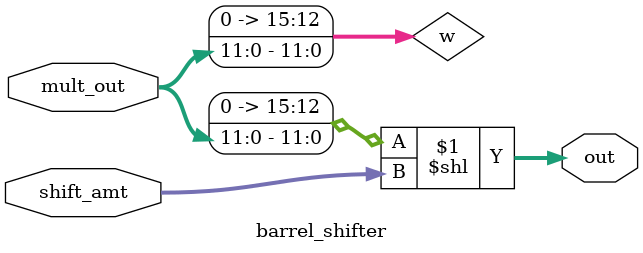
<source format=v>


// Company: iCAS Lab, University of South Carolina
// Engineer: Mohammed E. Elbtity
// Create Date: 02/26/2021 03:54:20 PM
// Design Name: 
// Module Name: barrel_shifter
// Project Name: 
// Target Devices: 
// Tool Versions: 
// Description: 
// 
// Dependencies: 
// 
// Revision:
// Revision 0.01 - File Created
// Additional Comments:
// 
//////////////////////////////////////////////////////////////////////////////////

`timescale 1ns / 1ps

module barrel_shifter#(
    parameter A_BW=8,
    parameter MULT_DW=6,
    parameter B_BW=8
    )                  (
    input [(MULT_DW*2)-1:0] mult_out,
    input [$clog2(B_BW):0] shift_amt,
    output [(A_BW+B_BW)-1:0] out
    );
    
    wire [(A_BW+B_BW)-1:0] w;
    
    assign w = {{((A_BW+B_BW)-(MULT_DW*2)){1'b0}}, mult_out}; 
    
    
    assign out = (w<<shift_amt); 
    
endmodule

</source>
